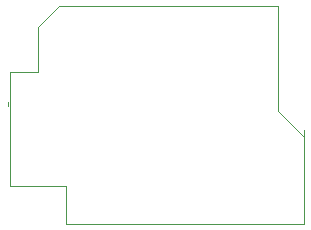
<source format=gbr>
%TF.GenerationSoftware,KiCad,Pcbnew,7.0.8*%
%TF.CreationDate,2024-02-04T18:47:11+02:00*%
%TF.ProjectId,QL_MDV_Control,514c5f4d-4456-45f4-936f-6e74726f6c2e,rev?*%
%TF.SameCoordinates,PX62a23e8PY5bc46e8*%
%TF.FileFunction,Profile,NP*%
%FSLAX46Y46*%
G04 Gerber Fmt 4.6, Leading zero omitted, Abs format (unit mm)*
G04 Created by KiCad (PCBNEW 7.0.8) date 2024-02-04 18:47:11*
%MOMM*%
%LPD*%
G01*
G04 APERTURE LIST*
%TA.AperFunction,Profile*%
%ADD10C,0.100000*%
%TD*%
G04 APERTURE END LIST*
D10*
X5425000Y-16400000D02*
X5425000Y-19650000D01*
X727500Y-6787500D02*
X1927500Y-6787500D01*
X5425000Y-19650000D02*
X25575000Y-19650000D01*
X5425000Y-16400000D02*
X725000Y-16400000D01*
X3077500Y-2987500D02*
X4827500Y-1187500D01*
X552500Y-9362500D02*
X552500Y-9637500D01*
X25575000Y-13625000D02*
X25575000Y-11675000D01*
X725000Y-16400000D02*
X725000Y-9450000D01*
X23452500Y-5212500D02*
X23452500Y-1162500D01*
X3077500Y-6787500D02*
X3077500Y-2987500D01*
X25575000Y-13625000D02*
X25575000Y-19650000D01*
X23452500Y-10062500D02*
X25577500Y-12262500D01*
X727500Y-10037500D02*
X727500Y-6787500D01*
X23452500Y-5212500D02*
X23452500Y-10062500D01*
X23452500Y-1162500D02*
X4827500Y-1162500D01*
X1927500Y-6787500D02*
X3077500Y-6787500D01*
M02*

</source>
